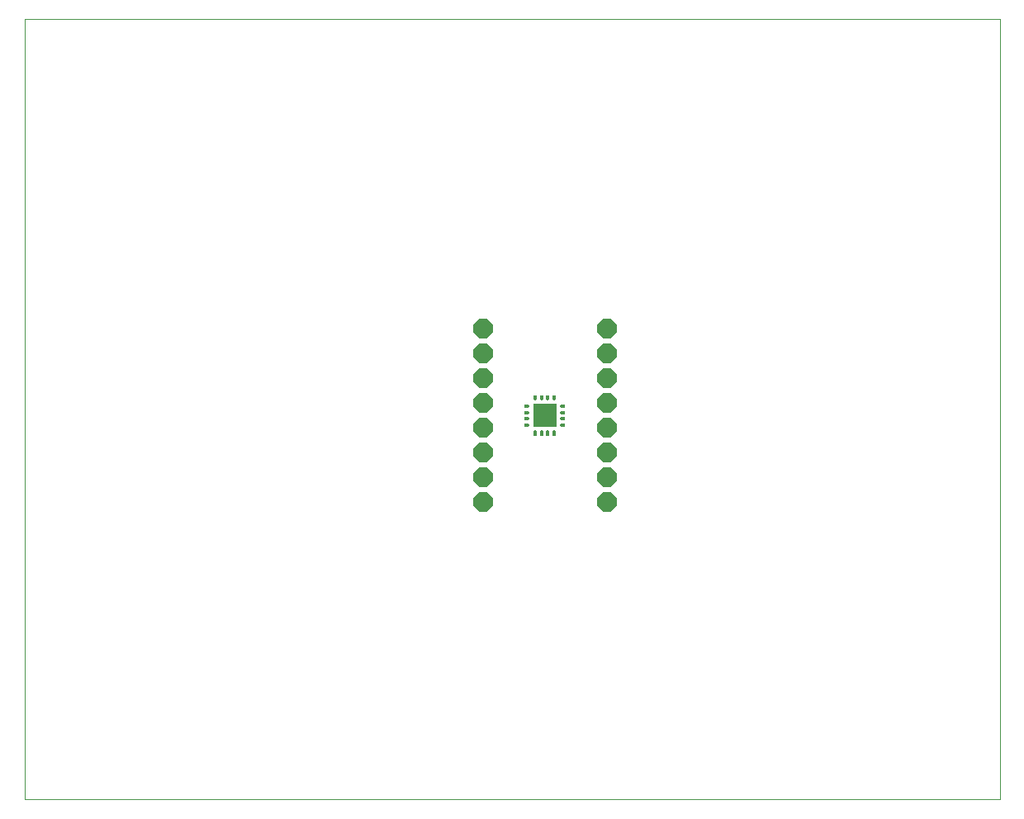
<source format=gts>
G75*
%MOIN*%
%OFA0B0*%
%FSLAX25Y25*%
%IPPOS*%
%LPD*%
%AMOC8*
5,1,8,0,0,1.08239X$1,22.5*
%
%ADD10C,0.00000*%
%ADD11OC8,0.07800*%
%ADD12C,0.01378*%
%ADD13R,0.01476X0.01378*%
%ADD14R,0.01378X0.01476*%
%ADD15R,0.09449X0.09449*%
D10*
X0001000Y0001000D02*
X0001000Y0315961D01*
X0394701Y0315961D01*
X0394701Y0001000D01*
X0001000Y0001000D01*
D11*
X0186000Y0121000D03*
X0186000Y0131000D03*
X0186000Y0141000D03*
X0186000Y0151000D03*
X0186000Y0161000D03*
X0186000Y0171000D03*
X0186000Y0181000D03*
X0186000Y0191000D03*
X0236000Y0191000D03*
X0236000Y0181000D03*
X0236000Y0171000D03*
X0236000Y0161000D03*
X0236000Y0151000D03*
X0236000Y0141000D03*
X0236000Y0131000D03*
X0236000Y0121000D03*
D12*
X0214839Y0149307D03*
X0212280Y0149307D03*
X0209720Y0149307D03*
X0207161Y0149307D03*
X0204307Y0152161D03*
X0204307Y0154720D03*
X0204307Y0157280D03*
X0204307Y0159839D03*
X0207161Y0162693D03*
X0209720Y0162693D03*
X0212280Y0162693D03*
X0214839Y0162693D03*
X0217693Y0159839D03*
X0217693Y0157280D03*
X0217693Y0154720D03*
X0217693Y0152161D03*
D13*
X0218431Y0152161D03*
X0218431Y0154720D03*
X0218431Y0157280D03*
X0218431Y0159839D03*
X0203569Y0159839D03*
X0203569Y0157280D03*
X0203569Y0154720D03*
X0203569Y0152161D03*
D14*
X0207161Y0148569D03*
X0209720Y0148569D03*
X0212280Y0148569D03*
X0214839Y0148569D03*
X0214839Y0163431D03*
X0212280Y0163431D03*
X0209720Y0163431D03*
X0207161Y0163431D03*
D15*
X0211000Y0156000D03*
M02*

</source>
